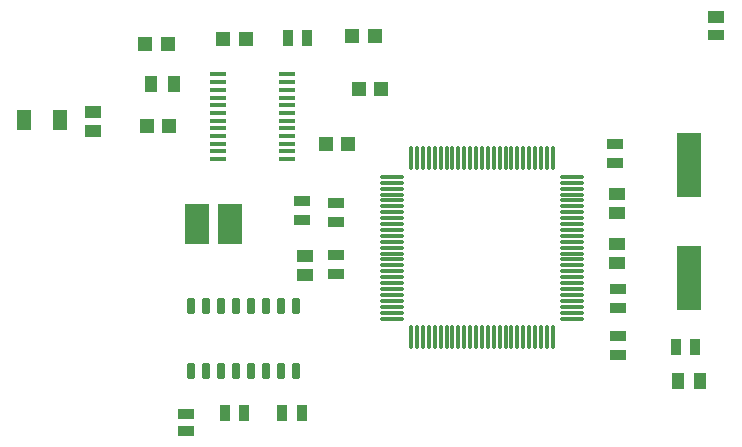
<source format=gtp>
G04*
G04 #@! TF.GenerationSoftware,Altium Limited,Altium Designer,24.0.1 (36)*
G04*
G04 Layer_Color=8421504*
%FSLAX44Y44*%
%MOMM*%
G71*
G04*
G04 #@! TF.SameCoordinates,AE154294-96CE-490B-A9AE-858F9377290F*
G04*
G04*
G04 #@! TF.FilePolarity,Positive*
G04*
G01*
G75*
%ADD16R,1.1500X1.1500*%
%ADD17R,1.3900X0.9600*%
%ADD18R,1.4000X1.0000*%
%ADD19R,0.9600X1.3900*%
%ADD20R,1.0000X1.4000*%
%ADD21R,1.4700X1.0200*%
%ADD22O,2.1000X0.3000*%
%ADD23O,0.3000X2.1000*%
%ADD24R,1.4750X0.4500*%
%ADD25R,2.0000X3.5000*%
%ADD26R,1.1500X1.8000*%
%ADD27R,2.0000X5.5000*%
G04:AMPARAMS|DCode=28|XSize=1.31mm|YSize=0.62mm|CornerRadius=0.0775mm|HoleSize=0mm|Usage=FLASHONLY|Rotation=270.000|XOffset=0mm|YOffset=0mm|HoleType=Round|Shape=RoundedRectangle|*
%AMROUNDEDRECTD28*
21,1,1.3100,0.4650,0,0,270.0*
21,1,1.1550,0.6200,0,0,270.0*
1,1,0.1550,-0.2325,-0.5775*
1,1,0.1550,-0.2325,0.5775*
1,1,0.1550,0.2325,0.5775*
1,1,0.1550,0.2325,-0.5775*
%
%ADD28ROUNDEDRECTD28*%
D16*
X1317040Y717550D02*
D03*
X1336040D02*
D03*
X1289100Y670560D02*
D03*
X1308100D02*
D03*
X1311300Y762000D02*
D03*
X1330300D02*
D03*
X1202080Y759460D02*
D03*
X1221080D02*
D03*
X1137310Y685800D02*
D03*
X1156310D02*
D03*
X1136040Y755650D02*
D03*
X1155040D02*
D03*
D17*
X1170940Y427990D02*
D03*
Y441960D02*
D03*
X1619250Y763270D02*
D03*
X1536700Y531650D02*
D03*
Y547850D02*
D03*
Y492280D02*
D03*
Y508480D02*
D03*
X1534160Y654840D02*
D03*
Y671040D02*
D03*
X1297940Y604830D02*
D03*
Y621030D02*
D03*
X1268730Y606580D02*
D03*
Y622780D02*
D03*
X1297940Y560860D02*
D03*
Y577060D02*
D03*
D18*
X1619250Y778510D02*
D03*
D19*
X1601470Y499110D02*
D03*
X1585270D02*
D03*
X1273020Y760730D02*
D03*
X1256820D02*
D03*
X1268420Y443230D02*
D03*
X1252220D02*
D03*
X1219680D02*
D03*
X1203480D02*
D03*
D20*
X1605890Y469900D02*
D03*
X1586890D02*
D03*
X1141120Y721360D02*
D03*
X1160120D02*
D03*
D21*
X1535430Y585950D02*
D03*
Y569750D02*
D03*
Y612450D02*
D03*
Y628650D02*
D03*
X1271270Y559590D02*
D03*
Y575790D02*
D03*
X1092200Y681510D02*
D03*
Y697710D02*
D03*
D22*
X1345130Y522930D02*
D03*
Y527930D02*
D03*
Y532930D02*
D03*
Y537930D02*
D03*
Y542930D02*
D03*
Y547930D02*
D03*
Y552930D02*
D03*
Y557930D02*
D03*
Y562930D02*
D03*
Y567930D02*
D03*
Y572930D02*
D03*
Y577930D02*
D03*
Y582930D02*
D03*
Y587930D02*
D03*
Y592930D02*
D03*
Y597930D02*
D03*
Y602930D02*
D03*
Y607930D02*
D03*
Y612930D02*
D03*
Y617930D02*
D03*
Y622930D02*
D03*
Y627930D02*
D03*
Y632930D02*
D03*
Y637930D02*
D03*
Y642930D02*
D03*
X1497130D02*
D03*
Y637930D02*
D03*
Y632930D02*
D03*
Y627930D02*
D03*
Y622930D02*
D03*
Y617930D02*
D03*
Y612930D02*
D03*
Y607930D02*
D03*
Y602930D02*
D03*
Y597930D02*
D03*
Y592930D02*
D03*
Y587930D02*
D03*
Y582930D02*
D03*
Y577930D02*
D03*
Y572930D02*
D03*
Y567930D02*
D03*
Y562930D02*
D03*
Y557930D02*
D03*
Y552930D02*
D03*
Y547930D02*
D03*
Y542930D02*
D03*
Y537930D02*
D03*
Y532930D02*
D03*
Y527930D02*
D03*
Y522930D02*
D03*
D23*
X1361130Y658930D02*
D03*
X1366130D02*
D03*
X1371130D02*
D03*
X1376130D02*
D03*
X1381130D02*
D03*
X1386130D02*
D03*
X1391130D02*
D03*
X1396130D02*
D03*
X1401130D02*
D03*
X1406130D02*
D03*
X1411130D02*
D03*
X1416130D02*
D03*
X1421130D02*
D03*
X1426130D02*
D03*
X1431130D02*
D03*
X1436130D02*
D03*
X1441130D02*
D03*
X1446130D02*
D03*
X1451130D02*
D03*
X1456130D02*
D03*
X1461130D02*
D03*
X1466130D02*
D03*
X1471130D02*
D03*
X1476130D02*
D03*
X1481130D02*
D03*
Y506930D02*
D03*
X1476130D02*
D03*
X1471130D02*
D03*
X1466130D02*
D03*
X1461130D02*
D03*
X1456130D02*
D03*
X1451130D02*
D03*
X1446130D02*
D03*
X1441130D02*
D03*
X1436130D02*
D03*
X1431130D02*
D03*
X1426130D02*
D03*
X1421130D02*
D03*
X1416130D02*
D03*
X1411130D02*
D03*
X1406130D02*
D03*
X1401130D02*
D03*
X1396130D02*
D03*
X1391130D02*
D03*
X1386130D02*
D03*
X1381130D02*
D03*
X1376130D02*
D03*
X1371130D02*
D03*
X1366130D02*
D03*
X1361130D02*
D03*
D24*
X1197270Y729580D02*
D03*
Y723080D02*
D03*
Y716580D02*
D03*
Y710080D02*
D03*
Y703580D02*
D03*
Y697080D02*
D03*
Y690580D02*
D03*
Y684080D02*
D03*
Y677580D02*
D03*
Y671080D02*
D03*
Y664580D02*
D03*
Y658080D02*
D03*
X1256030D02*
D03*
Y664580D02*
D03*
Y671080D02*
D03*
Y677580D02*
D03*
Y684080D02*
D03*
Y690580D02*
D03*
Y697080D02*
D03*
Y703580D02*
D03*
Y710080D02*
D03*
Y716580D02*
D03*
Y723080D02*
D03*
Y729580D02*
D03*
D25*
X1207800Y603250D02*
D03*
X1179800D02*
D03*
D26*
X1033780Y691435D02*
D03*
X1063780D02*
D03*
D27*
X1596390Y557530D02*
D03*
Y652530D02*
D03*
D28*
X1263650Y533790D02*
D03*
X1250950D02*
D03*
X1238250D02*
D03*
X1225550D02*
D03*
X1212850D02*
D03*
X1200150D02*
D03*
X1187450D02*
D03*
X1174750D02*
D03*
Y478790D02*
D03*
X1187450D02*
D03*
X1200150D02*
D03*
X1212850D02*
D03*
X1225550D02*
D03*
X1238250D02*
D03*
X1250950D02*
D03*
X1263650D02*
D03*
M02*

</source>
